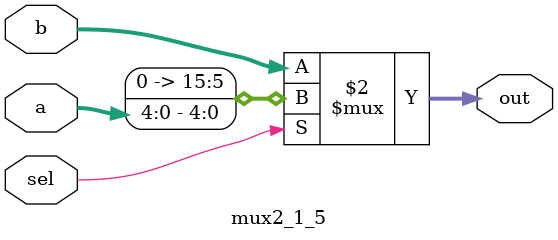
<source format=v>
module mux2_1_5(a,b,sel,out);
input [4:0] a;
input [15:0] b;
input sel;
output [15:0] out;

assign out= (sel) ? a : b;


endmodule
</source>
